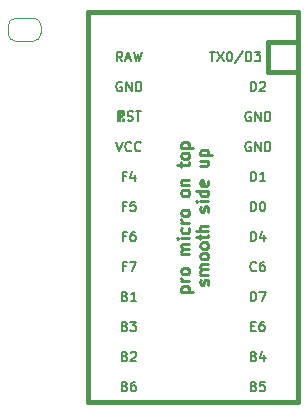
<source format=gto>
G04 #@! TF.GenerationSoftware,KiCad,Pcbnew,(5.99.0-10034-g38c849bde7)*
G04 #@! TF.CreationDate,2021-04-09T15:09:09-07:00*
G04 #@! TF.ProjectId,unisplit_orthosteno,756e6973-706c-4697-945f-6f7274686f73,rev?*
G04 #@! TF.SameCoordinates,Original*
G04 #@! TF.FileFunction,Legend,Top*
G04 #@! TF.FilePolarity,Positive*
%FSLAX46Y46*%
G04 Gerber Fmt 4.6, Leading zero omitted, Abs format (unit mm)*
G04 Created by KiCad (PCBNEW (5.99.0-10034-g38c849bde7)) date 2021-04-09 15:09:09*
%MOMM*%
%LPD*%
G01*
G04 APERTURE LIST*
G04 Aperture macros list*
%AMHorizOval*
0 Thick line with rounded ends*
0 $1 width*
0 $2 $3 position (X,Y) of the first rounded end (center of the circle)*
0 $4 $5 position (X,Y) of the second rounded end (center of the circle)*
0 Add line between two ends*
20,1,$1,$2,$3,$4,$5,0*
0 Add two circle primitives to create the rounded ends*
1,1,$1,$2,$3*
1,1,$1,$4,$5*%
%AMFreePoly0*
4,1,22,0.500000,-0.750000,0.000000,-0.750000,0.000000,-0.745033,-0.079941,-0.743568,-0.215256,-0.701293,-0.333266,-0.622738,-0.424486,-0.514219,-0.481581,-0.384460,-0.499164,-0.250000,-0.500000,-0.250000,-0.500000,0.250000,-0.499164,0.250000,-0.499963,0.256109,-0.478152,0.396186,-0.417904,0.524511,-0.324060,0.630769,-0.204165,0.706417,-0.067858,0.745374,0.000000,0.744959,0.000000,0.750000,
0.500000,0.750000,0.500000,-0.750000,0.500000,-0.750000,$1*%
%AMFreePoly1*
4,1,20,0.000000,0.744959,0.073905,0.744508,0.209726,0.703889,0.328688,0.626782,0.421226,0.519385,0.479903,0.390333,0.500000,0.250000,0.500000,-0.250000,0.499851,-0.262216,0.476331,-0.402017,0.414519,-0.529596,0.319384,-0.634700,0.198574,-0.708877,0.061801,-0.746166,0.000000,-0.745033,0.000000,-0.750000,-0.500000,-0.750000,-0.500000,0.750000,0.000000,0.750000,0.000000,0.744959,
0.000000,0.744959,$1*%
G04 Aperture macros list end*
%ADD10C,0.250000*%
%ADD11C,0.150000*%
%ADD12C,0.120000*%
%ADD13C,0.381000*%
%ADD14R,1.752600X1.752600*%
%ADD15C,1.752600*%
%ADD16C,0.300000*%
%ADD17C,1.448000*%
%ADD18C,1.200000*%
%ADD19C,1.700000*%
%ADD20C,1.750000*%
%ADD21C,3.987800*%
%ADD22HorizOval,2.250000X0.019771X0.290016X-0.019771X-0.290016X0*%
%ADD23C,2.000000*%
%ADD24C,2.250000*%
%ADD25HorizOval,2.250000X0.654995X0.730004X-0.654995X-0.730004X0*%
%ADD26C,3.800000*%
%ADD27FreePoly0,0.000000*%
%ADD28FreePoly1,0.000000*%
G04 APERTURE END LIST*
D10*
X141061964Y-85684523D02*
X142061964Y-85684523D01*
X141109583Y-85684523D02*
X141061964Y-85589285D01*
X141061964Y-85398809D01*
X141109583Y-85303571D01*
X141157202Y-85255952D01*
X141252440Y-85208333D01*
X141538154Y-85208333D01*
X141633392Y-85255952D01*
X141681011Y-85303571D01*
X141728630Y-85398809D01*
X141728630Y-85589285D01*
X141681011Y-85684523D01*
X141728630Y-84779761D02*
X141061964Y-84779761D01*
X141252440Y-84779761D02*
X141157202Y-84732142D01*
X141109583Y-84684523D01*
X141061964Y-84589285D01*
X141061964Y-84494047D01*
X141728630Y-84017857D02*
X141681011Y-84113095D01*
X141633392Y-84160714D01*
X141538154Y-84208333D01*
X141252440Y-84208333D01*
X141157202Y-84160714D01*
X141109583Y-84113095D01*
X141061964Y-84017857D01*
X141061964Y-83875000D01*
X141109583Y-83779761D01*
X141157202Y-83732142D01*
X141252440Y-83684523D01*
X141538154Y-83684523D01*
X141633392Y-83732142D01*
X141681011Y-83779761D01*
X141728630Y-83875000D01*
X141728630Y-84017857D01*
X141728630Y-82494047D02*
X141061964Y-82494047D01*
X141157202Y-82494047D02*
X141109583Y-82446428D01*
X141061964Y-82351190D01*
X141061964Y-82208333D01*
X141109583Y-82113095D01*
X141204821Y-82065476D01*
X141728630Y-82065476D01*
X141204821Y-82065476D02*
X141109583Y-82017857D01*
X141061964Y-81922619D01*
X141061964Y-81779761D01*
X141109583Y-81684523D01*
X141204821Y-81636904D01*
X141728630Y-81636904D01*
X141728630Y-81160714D02*
X141061964Y-81160714D01*
X140728630Y-81160714D02*
X140776250Y-81208333D01*
X140823869Y-81160714D01*
X140776250Y-81113095D01*
X140728630Y-81160714D01*
X140823869Y-81160714D01*
X141681011Y-80255952D02*
X141728630Y-80351190D01*
X141728630Y-80541666D01*
X141681011Y-80636904D01*
X141633392Y-80684523D01*
X141538154Y-80732142D01*
X141252440Y-80732142D01*
X141157202Y-80684523D01*
X141109583Y-80636904D01*
X141061964Y-80541666D01*
X141061964Y-80351190D01*
X141109583Y-80255952D01*
X141728630Y-79827380D02*
X141061964Y-79827380D01*
X141252440Y-79827380D02*
X141157202Y-79779761D01*
X141109583Y-79732142D01*
X141061964Y-79636904D01*
X141061964Y-79541666D01*
X141728630Y-79065476D02*
X141681011Y-79160714D01*
X141633392Y-79208333D01*
X141538154Y-79255952D01*
X141252440Y-79255952D01*
X141157202Y-79208333D01*
X141109583Y-79160714D01*
X141061964Y-79065476D01*
X141061964Y-78922619D01*
X141109583Y-78827380D01*
X141157202Y-78779761D01*
X141252440Y-78732142D01*
X141538154Y-78732142D01*
X141633392Y-78779761D01*
X141681011Y-78827380D01*
X141728630Y-78922619D01*
X141728630Y-79065476D01*
X141728630Y-77398809D02*
X141681011Y-77494047D01*
X141633392Y-77541666D01*
X141538154Y-77589285D01*
X141252440Y-77589285D01*
X141157202Y-77541666D01*
X141109583Y-77494047D01*
X141061964Y-77398809D01*
X141061964Y-77255952D01*
X141109583Y-77160714D01*
X141157202Y-77113095D01*
X141252440Y-77065476D01*
X141538154Y-77065476D01*
X141633392Y-77113095D01*
X141681011Y-77160714D01*
X141728630Y-77255952D01*
X141728630Y-77398809D01*
X141061964Y-76636904D02*
X141728630Y-76636904D01*
X141157202Y-76636904D02*
X141109583Y-76589285D01*
X141061964Y-76494047D01*
X141061964Y-76351190D01*
X141109583Y-76255952D01*
X141204821Y-76208333D01*
X141728630Y-76208333D01*
X141061964Y-75113095D02*
X141061964Y-74732142D01*
X140728630Y-74970238D02*
X141585773Y-74970238D01*
X141681011Y-74922619D01*
X141728630Y-74827380D01*
X141728630Y-74732142D01*
X141728630Y-74255952D02*
X141681011Y-74351190D01*
X141633392Y-74398809D01*
X141538154Y-74446428D01*
X141252440Y-74446428D01*
X141157202Y-74398809D01*
X141109583Y-74351190D01*
X141061964Y-74255952D01*
X141061964Y-74113095D01*
X141109583Y-74017857D01*
X141157202Y-73970238D01*
X141252440Y-73922619D01*
X141538154Y-73922619D01*
X141633392Y-73970238D01*
X141681011Y-74017857D01*
X141728630Y-74113095D01*
X141728630Y-74255952D01*
X141061964Y-73494047D02*
X142061964Y-73494047D01*
X141109583Y-73494047D02*
X141061964Y-73398809D01*
X141061964Y-73208333D01*
X141109583Y-73113095D01*
X141157202Y-73065476D01*
X141252440Y-73017857D01*
X141538154Y-73017857D01*
X141633392Y-73065476D01*
X141681011Y-73113095D01*
X141728630Y-73208333D01*
X141728630Y-73398809D01*
X141681011Y-73494047D01*
X143291011Y-85089285D02*
X143338630Y-84994047D01*
X143338630Y-84803571D01*
X143291011Y-84708333D01*
X143195773Y-84660714D01*
X143148154Y-84660714D01*
X143052916Y-84708333D01*
X143005297Y-84803571D01*
X143005297Y-84946428D01*
X142957678Y-85041666D01*
X142862440Y-85089285D01*
X142814821Y-85089285D01*
X142719583Y-85041666D01*
X142671964Y-84946428D01*
X142671964Y-84803571D01*
X142719583Y-84708333D01*
X143338630Y-84232142D02*
X142671964Y-84232142D01*
X142767202Y-84232142D02*
X142719583Y-84184523D01*
X142671964Y-84089285D01*
X142671964Y-83946428D01*
X142719583Y-83851190D01*
X142814821Y-83803571D01*
X143338630Y-83803571D01*
X142814821Y-83803571D02*
X142719583Y-83755952D01*
X142671964Y-83660714D01*
X142671964Y-83517857D01*
X142719583Y-83422619D01*
X142814821Y-83375000D01*
X143338630Y-83375000D01*
X143338630Y-82755952D02*
X143291011Y-82851190D01*
X143243392Y-82898809D01*
X143148154Y-82946428D01*
X142862440Y-82946428D01*
X142767202Y-82898809D01*
X142719583Y-82851190D01*
X142671964Y-82755952D01*
X142671964Y-82613095D01*
X142719583Y-82517857D01*
X142767202Y-82470238D01*
X142862440Y-82422619D01*
X143148154Y-82422619D01*
X143243392Y-82470238D01*
X143291011Y-82517857D01*
X143338630Y-82613095D01*
X143338630Y-82755952D01*
X143338630Y-81851190D02*
X143291011Y-81946428D01*
X143243392Y-81994047D01*
X143148154Y-82041666D01*
X142862440Y-82041666D01*
X142767202Y-81994047D01*
X142719583Y-81946428D01*
X142671964Y-81851190D01*
X142671964Y-81708333D01*
X142719583Y-81613095D01*
X142767202Y-81565476D01*
X142862440Y-81517857D01*
X143148154Y-81517857D01*
X143243392Y-81565476D01*
X143291011Y-81613095D01*
X143338630Y-81708333D01*
X143338630Y-81851190D01*
X142671964Y-81232142D02*
X142671964Y-80851190D01*
X142338630Y-81089285D02*
X143195773Y-81089285D01*
X143291011Y-81041666D01*
X143338630Y-80946428D01*
X143338630Y-80851190D01*
X143338630Y-80517857D02*
X142338630Y-80517857D01*
X143338630Y-80089285D02*
X142814821Y-80089285D01*
X142719583Y-80136904D01*
X142671964Y-80232142D01*
X142671964Y-80375000D01*
X142719583Y-80470238D01*
X142767202Y-80517857D01*
X143291011Y-78898809D02*
X143338630Y-78803571D01*
X143338630Y-78613095D01*
X143291011Y-78517857D01*
X143195773Y-78470238D01*
X143148154Y-78470238D01*
X143052916Y-78517857D01*
X143005297Y-78613095D01*
X143005297Y-78755952D01*
X142957678Y-78851190D01*
X142862440Y-78898809D01*
X142814821Y-78898809D01*
X142719583Y-78851190D01*
X142671964Y-78755952D01*
X142671964Y-78613095D01*
X142719583Y-78517857D01*
X143338630Y-78041666D02*
X142671964Y-78041666D01*
X142338630Y-78041666D02*
X142386250Y-78089285D01*
X142433869Y-78041666D01*
X142386250Y-77994047D01*
X142338630Y-78041666D01*
X142433869Y-78041666D01*
X143338630Y-77136904D02*
X142338630Y-77136904D01*
X143291011Y-77136904D02*
X143338630Y-77232142D01*
X143338630Y-77422619D01*
X143291011Y-77517857D01*
X143243392Y-77565476D01*
X143148154Y-77613095D01*
X142862440Y-77613095D01*
X142767202Y-77565476D01*
X142719583Y-77517857D01*
X142671964Y-77422619D01*
X142671964Y-77232142D01*
X142719583Y-77136904D01*
X143291011Y-76279761D02*
X143338630Y-76375000D01*
X143338630Y-76565476D01*
X143291011Y-76660714D01*
X143195773Y-76708333D01*
X142814821Y-76708333D01*
X142719583Y-76660714D01*
X142671964Y-76565476D01*
X142671964Y-76375000D01*
X142719583Y-76279761D01*
X142814821Y-76232142D01*
X142910059Y-76232142D01*
X143005297Y-76708333D01*
X142671964Y-74613095D02*
X143338630Y-74613095D01*
X142671964Y-75041666D02*
X143195773Y-75041666D01*
X143291011Y-74994047D01*
X143338630Y-74898809D01*
X143338630Y-74755952D01*
X143291011Y-74660714D01*
X143243392Y-74613095D01*
X142671964Y-74136904D02*
X143671964Y-74136904D01*
X142719583Y-74136904D02*
X142671964Y-74041666D01*
X142671964Y-73851190D01*
X142719583Y-73755952D01*
X142767202Y-73708333D01*
X142862440Y-73660714D01*
X143148154Y-73660714D01*
X143243392Y-73708333D01*
X143291011Y-73755952D01*
X143338630Y-73851190D01*
X143338630Y-74041666D01*
X143291011Y-74136904D01*
D11*
X136353583Y-80987107D02*
X136086916Y-80987107D01*
X136086916Y-81406154D02*
X136086916Y-80606154D01*
X136467869Y-80606154D01*
X137115488Y-80606154D02*
X136963107Y-80606154D01*
X136886916Y-80644250D01*
X136848821Y-80682345D01*
X136772630Y-80796630D01*
X136734535Y-80949011D01*
X136734535Y-81253773D01*
X136772630Y-81329964D01*
X136810726Y-81368059D01*
X136886916Y-81406154D01*
X137039297Y-81406154D01*
X137115488Y-81368059D01*
X137153583Y-81329964D01*
X137191678Y-81253773D01*
X137191678Y-81063297D01*
X137153583Y-80987107D01*
X137115488Y-80949011D01*
X137039297Y-80910916D01*
X136886916Y-80910916D01*
X136810726Y-80949011D01*
X136772630Y-80987107D01*
X136734535Y-81063297D01*
X136010726Y-67944250D02*
X135934535Y-67906154D01*
X135820250Y-67906154D01*
X135705964Y-67944250D01*
X135629773Y-68020440D01*
X135591678Y-68096630D01*
X135553583Y-68249011D01*
X135553583Y-68363297D01*
X135591678Y-68515678D01*
X135629773Y-68591869D01*
X135705964Y-68668059D01*
X135820250Y-68706154D01*
X135896440Y-68706154D01*
X136010726Y-68668059D01*
X136048821Y-68629964D01*
X136048821Y-68363297D01*
X135896440Y-68363297D01*
X136391678Y-68706154D02*
X136391678Y-67906154D01*
X136848821Y-68706154D01*
X136848821Y-67906154D01*
X137229773Y-68706154D02*
X137229773Y-67906154D01*
X137420250Y-67906154D01*
X137534535Y-67944250D01*
X137610726Y-68020440D01*
X137648821Y-68096630D01*
X137686916Y-68249011D01*
X137686916Y-68363297D01*
X137648821Y-68515678D01*
X137610726Y-68591869D01*
X137534535Y-68668059D01*
X137420250Y-68706154D01*
X137229773Y-68706154D01*
X136296440Y-88607107D02*
X136410726Y-88645202D01*
X136448821Y-88683297D01*
X136486916Y-88759488D01*
X136486916Y-88873773D01*
X136448821Y-88949964D01*
X136410726Y-88988059D01*
X136334535Y-89026154D01*
X136029773Y-89026154D01*
X136029773Y-88226154D01*
X136296440Y-88226154D01*
X136372630Y-88264250D01*
X136410726Y-88302345D01*
X136448821Y-88378535D01*
X136448821Y-88454726D01*
X136410726Y-88530916D01*
X136372630Y-88569011D01*
X136296440Y-88607107D01*
X136029773Y-88607107D01*
X136753583Y-88226154D02*
X137248821Y-88226154D01*
X136982154Y-88530916D01*
X137096440Y-88530916D01*
X137172630Y-88569011D01*
X137210726Y-88607107D01*
X137248821Y-88683297D01*
X137248821Y-88873773D01*
X137210726Y-88949964D01*
X137172630Y-88988059D01*
X137096440Y-89026154D01*
X136867869Y-89026154D01*
X136791678Y-88988059D01*
X136753583Y-88949964D01*
X143462645Y-65366154D02*
X143919788Y-65366154D01*
X143691217Y-66166154D02*
X143691217Y-65366154D01*
X144110264Y-65366154D02*
X144643598Y-66166154D01*
X144643598Y-65366154D02*
X144110264Y-66166154D01*
X145100741Y-65366154D02*
X145176931Y-65366154D01*
X145253122Y-65404250D01*
X145291217Y-65442345D01*
X145329312Y-65518535D01*
X145367407Y-65670916D01*
X145367407Y-65861392D01*
X145329312Y-66013773D01*
X145291217Y-66089964D01*
X145253122Y-66128059D01*
X145176931Y-66166154D01*
X145100741Y-66166154D01*
X145024550Y-66128059D01*
X144986455Y-66089964D01*
X144948360Y-66013773D01*
X144910264Y-65861392D01*
X144910264Y-65670916D01*
X144948360Y-65518535D01*
X144986455Y-65442345D01*
X145024550Y-65404250D01*
X145100741Y-65366154D01*
X146281693Y-65328059D02*
X145595979Y-66356630D01*
X146548360Y-66166154D02*
X146548360Y-65366154D01*
X146738836Y-65366154D01*
X146853122Y-65404250D01*
X146929312Y-65480440D01*
X146967407Y-65556630D01*
X147005502Y-65709011D01*
X147005502Y-65823297D01*
X146967407Y-65975678D01*
X146929312Y-66051869D01*
X146853122Y-66128059D01*
X146738836Y-66166154D01*
X146548360Y-66166154D01*
X147272169Y-65366154D02*
X147767407Y-65366154D01*
X147500741Y-65670916D01*
X147615026Y-65670916D01*
X147691217Y-65709011D01*
X147729312Y-65747107D01*
X147767407Y-65823297D01*
X147767407Y-66013773D01*
X147729312Y-66089964D01*
X147691217Y-66128059D01*
X147615026Y-66166154D01*
X147386455Y-66166154D01*
X147310264Y-66128059D01*
X147272169Y-66089964D01*
X146932726Y-70484250D02*
X146856535Y-70446154D01*
X146742250Y-70446154D01*
X146627964Y-70484250D01*
X146551773Y-70560440D01*
X146513678Y-70636630D01*
X146475583Y-70789011D01*
X146475583Y-70903297D01*
X146513678Y-71055678D01*
X146551773Y-71131869D01*
X146627964Y-71208059D01*
X146742250Y-71246154D01*
X146818440Y-71246154D01*
X146932726Y-71208059D01*
X146970821Y-71169964D01*
X146970821Y-70903297D01*
X146818440Y-70903297D01*
X147313678Y-71246154D02*
X147313678Y-70446154D01*
X147770821Y-71246154D01*
X147770821Y-70446154D01*
X148151773Y-71246154D02*
X148151773Y-70446154D01*
X148342250Y-70446154D01*
X148456535Y-70484250D01*
X148532726Y-70560440D01*
X148570821Y-70636630D01*
X148608916Y-70789011D01*
X148608916Y-70903297D01*
X148570821Y-71055678D01*
X148532726Y-71131869D01*
X148456535Y-71208059D01*
X148342250Y-71246154D01*
X148151773Y-71246154D01*
X146951773Y-86486154D02*
X146951773Y-85686154D01*
X147142250Y-85686154D01*
X147256535Y-85724250D01*
X147332726Y-85800440D01*
X147370821Y-85876630D01*
X147408916Y-86029011D01*
X147408916Y-86143297D01*
X147370821Y-86295678D01*
X147332726Y-86371869D01*
X147256535Y-86448059D01*
X147142250Y-86486154D01*
X146951773Y-86486154D01*
X147675583Y-85686154D02*
X148208916Y-85686154D01*
X147866059Y-86486154D01*
X136507916Y-71188059D02*
X136622202Y-71226154D01*
X136812678Y-71226154D01*
X136888869Y-71188059D01*
X136926964Y-71149964D01*
X136965059Y-71073773D01*
X136965059Y-70997583D01*
X136926964Y-70921392D01*
X136888869Y-70883297D01*
X136812678Y-70845202D01*
X136660297Y-70807107D01*
X136584107Y-70769011D01*
X136546011Y-70730916D01*
X136507916Y-70654726D01*
X136507916Y-70578535D01*
X136546011Y-70502345D01*
X136584107Y-70464250D01*
X136660297Y-70426154D01*
X136850773Y-70426154D01*
X136965059Y-70464250D01*
X137193630Y-70426154D02*
X137650773Y-70426154D01*
X137422202Y-71226154D02*
X137422202Y-70426154D01*
X146951773Y-78866154D02*
X146951773Y-78066154D01*
X147142250Y-78066154D01*
X147256535Y-78104250D01*
X147332726Y-78180440D01*
X147370821Y-78256630D01*
X147408916Y-78409011D01*
X147408916Y-78523297D01*
X147370821Y-78675678D01*
X147332726Y-78751869D01*
X147256535Y-78828059D01*
X147142250Y-78866154D01*
X146951773Y-78866154D01*
X147904154Y-78066154D02*
X147980345Y-78066154D01*
X148056535Y-78104250D01*
X148094630Y-78142345D01*
X148132726Y-78218535D01*
X148170821Y-78370916D01*
X148170821Y-78561392D01*
X148132726Y-78713773D01*
X148094630Y-78789964D01*
X148056535Y-78828059D01*
X147980345Y-78866154D01*
X147904154Y-78866154D01*
X147827964Y-78828059D01*
X147789869Y-78789964D01*
X147751773Y-78713773D01*
X147713678Y-78561392D01*
X147713678Y-78370916D01*
X147751773Y-78218535D01*
X147789869Y-78142345D01*
X147827964Y-78104250D01*
X147904154Y-78066154D01*
X136067869Y-66166154D02*
X135801202Y-65785202D01*
X135610726Y-66166154D02*
X135610726Y-65366154D01*
X135915488Y-65366154D01*
X135991678Y-65404250D01*
X136029773Y-65442345D01*
X136067869Y-65518535D01*
X136067869Y-65632821D01*
X136029773Y-65709011D01*
X135991678Y-65747107D01*
X135915488Y-65785202D01*
X135610726Y-65785202D01*
X136372630Y-65937583D02*
X136753583Y-65937583D01*
X136296440Y-66166154D02*
X136563107Y-65366154D01*
X136829773Y-66166154D01*
X137020250Y-65366154D02*
X137210726Y-66166154D01*
X137363107Y-65594726D01*
X137515488Y-66166154D01*
X137705964Y-65366154D01*
X146951773Y-68706154D02*
X146951773Y-67906154D01*
X147142250Y-67906154D01*
X147256535Y-67944250D01*
X147332726Y-68020440D01*
X147370821Y-68096630D01*
X147408916Y-68249011D01*
X147408916Y-68363297D01*
X147370821Y-68515678D01*
X147332726Y-68591869D01*
X147256535Y-68668059D01*
X147142250Y-68706154D01*
X146951773Y-68706154D01*
X147713678Y-67982345D02*
X147751773Y-67944250D01*
X147827964Y-67906154D01*
X148018440Y-67906154D01*
X148094630Y-67944250D01*
X148132726Y-67982345D01*
X148170821Y-68058535D01*
X148170821Y-68134726D01*
X148132726Y-68249011D01*
X147675583Y-68706154D01*
X148170821Y-68706154D01*
X136353583Y-78447107D02*
X136086916Y-78447107D01*
X136086916Y-78866154D02*
X136086916Y-78066154D01*
X136467869Y-78066154D01*
X137153583Y-78066154D02*
X136772630Y-78066154D01*
X136734535Y-78447107D01*
X136772630Y-78409011D01*
X136848821Y-78370916D01*
X137039297Y-78370916D01*
X137115488Y-78409011D01*
X137153583Y-78447107D01*
X137191678Y-78523297D01*
X137191678Y-78713773D01*
X137153583Y-78789964D01*
X137115488Y-78828059D01*
X137039297Y-78866154D01*
X136848821Y-78866154D01*
X136772630Y-78828059D01*
X136734535Y-78789964D01*
X146951773Y-76326154D02*
X146951773Y-75526154D01*
X147142250Y-75526154D01*
X147256535Y-75564250D01*
X147332726Y-75640440D01*
X147370821Y-75716630D01*
X147408916Y-75869011D01*
X147408916Y-75983297D01*
X147370821Y-76135678D01*
X147332726Y-76211869D01*
X147256535Y-76288059D01*
X147142250Y-76326154D01*
X146951773Y-76326154D01*
X148170821Y-76326154D02*
X147713678Y-76326154D01*
X147942250Y-76326154D02*
X147942250Y-75526154D01*
X147866059Y-75640440D01*
X147789869Y-75716630D01*
X147713678Y-75754726D01*
X147218440Y-91147107D02*
X147332726Y-91185202D01*
X147370821Y-91223297D01*
X147408916Y-91299488D01*
X147408916Y-91413773D01*
X147370821Y-91489964D01*
X147332726Y-91528059D01*
X147256535Y-91566154D01*
X146951773Y-91566154D01*
X146951773Y-90766154D01*
X147218440Y-90766154D01*
X147294630Y-90804250D01*
X147332726Y-90842345D01*
X147370821Y-90918535D01*
X147370821Y-90994726D01*
X147332726Y-91070916D01*
X147294630Y-91109011D01*
X147218440Y-91147107D01*
X146951773Y-91147107D01*
X148094630Y-91032821D02*
X148094630Y-91566154D01*
X147904154Y-90728059D02*
X147713678Y-91299488D01*
X148208916Y-91299488D01*
X136296440Y-86067107D02*
X136410726Y-86105202D01*
X136448821Y-86143297D01*
X136486916Y-86219488D01*
X136486916Y-86333773D01*
X136448821Y-86409964D01*
X136410726Y-86448059D01*
X136334535Y-86486154D01*
X136029773Y-86486154D01*
X136029773Y-85686154D01*
X136296440Y-85686154D01*
X136372630Y-85724250D01*
X136410726Y-85762345D01*
X136448821Y-85838535D01*
X136448821Y-85914726D01*
X136410726Y-85990916D01*
X136372630Y-86029011D01*
X136296440Y-86067107D01*
X136029773Y-86067107D01*
X137248821Y-86486154D02*
X136791678Y-86486154D01*
X137020250Y-86486154D02*
X137020250Y-85686154D01*
X136944059Y-85800440D01*
X136867869Y-85876630D01*
X136791678Y-85914726D01*
X136296440Y-93687107D02*
X136410726Y-93725202D01*
X136448821Y-93763297D01*
X136486916Y-93839488D01*
X136486916Y-93953773D01*
X136448821Y-94029964D01*
X136410726Y-94068059D01*
X136334535Y-94106154D01*
X136029773Y-94106154D01*
X136029773Y-93306154D01*
X136296440Y-93306154D01*
X136372630Y-93344250D01*
X136410726Y-93382345D01*
X136448821Y-93458535D01*
X136448821Y-93534726D01*
X136410726Y-93610916D01*
X136372630Y-93649011D01*
X136296440Y-93687107D01*
X136029773Y-93687107D01*
X137172630Y-93306154D02*
X137020250Y-93306154D01*
X136944059Y-93344250D01*
X136905964Y-93382345D01*
X136829773Y-93496630D01*
X136791678Y-93649011D01*
X136791678Y-93953773D01*
X136829773Y-94029964D01*
X136867869Y-94068059D01*
X136944059Y-94106154D01*
X137096440Y-94106154D01*
X137172630Y-94068059D01*
X137210726Y-94029964D01*
X137248821Y-93953773D01*
X137248821Y-93763297D01*
X137210726Y-93687107D01*
X137172630Y-93649011D01*
X137096440Y-93610916D01*
X136944059Y-93610916D01*
X136867869Y-93649011D01*
X136829773Y-93687107D01*
X136791678Y-93763297D01*
X136296440Y-91147107D02*
X136410726Y-91185202D01*
X136448821Y-91223297D01*
X136486916Y-91299488D01*
X136486916Y-91413773D01*
X136448821Y-91489964D01*
X136410726Y-91528059D01*
X136334535Y-91566154D01*
X136029773Y-91566154D01*
X136029773Y-90766154D01*
X136296440Y-90766154D01*
X136372630Y-90804250D01*
X136410726Y-90842345D01*
X136448821Y-90918535D01*
X136448821Y-90994726D01*
X136410726Y-91070916D01*
X136372630Y-91109011D01*
X136296440Y-91147107D01*
X136029773Y-91147107D01*
X136791678Y-90842345D02*
X136829773Y-90804250D01*
X136905964Y-90766154D01*
X137096440Y-90766154D01*
X137172630Y-90804250D01*
X137210726Y-90842345D01*
X137248821Y-90918535D01*
X137248821Y-90994726D01*
X137210726Y-91109011D01*
X136753583Y-91566154D01*
X137248821Y-91566154D01*
X146932726Y-73024250D02*
X146856535Y-72986154D01*
X146742250Y-72986154D01*
X146627964Y-73024250D01*
X146551773Y-73100440D01*
X146513678Y-73176630D01*
X146475583Y-73329011D01*
X146475583Y-73443297D01*
X146513678Y-73595678D01*
X146551773Y-73671869D01*
X146627964Y-73748059D01*
X146742250Y-73786154D01*
X146818440Y-73786154D01*
X146932726Y-73748059D01*
X146970821Y-73709964D01*
X146970821Y-73443297D01*
X146818440Y-73443297D01*
X147313678Y-73786154D02*
X147313678Y-72986154D01*
X147770821Y-73786154D01*
X147770821Y-72986154D01*
X148151773Y-73786154D02*
X148151773Y-72986154D01*
X148342250Y-72986154D01*
X148456535Y-73024250D01*
X148532726Y-73100440D01*
X148570821Y-73176630D01*
X148608916Y-73329011D01*
X148608916Y-73443297D01*
X148570821Y-73595678D01*
X148532726Y-73671869D01*
X148456535Y-73748059D01*
X148342250Y-73786154D01*
X148151773Y-73786154D01*
X147408916Y-83869964D02*
X147370821Y-83908059D01*
X147256535Y-83946154D01*
X147180345Y-83946154D01*
X147066059Y-83908059D01*
X146989869Y-83831869D01*
X146951773Y-83755678D01*
X146913678Y-83603297D01*
X146913678Y-83489011D01*
X146951773Y-83336630D01*
X146989869Y-83260440D01*
X147066059Y-83184250D01*
X147180345Y-83146154D01*
X147256535Y-83146154D01*
X147370821Y-83184250D01*
X147408916Y-83222345D01*
X148094630Y-83146154D02*
X147942250Y-83146154D01*
X147866059Y-83184250D01*
X147827964Y-83222345D01*
X147751773Y-83336630D01*
X147713678Y-83489011D01*
X147713678Y-83793773D01*
X147751773Y-83869964D01*
X147789869Y-83908059D01*
X147866059Y-83946154D01*
X148018440Y-83946154D01*
X148094630Y-83908059D01*
X148132726Y-83869964D01*
X148170821Y-83793773D01*
X148170821Y-83603297D01*
X148132726Y-83527107D01*
X148094630Y-83489011D01*
X148018440Y-83450916D01*
X147866059Y-83450916D01*
X147789869Y-83489011D01*
X147751773Y-83527107D01*
X147713678Y-83603297D01*
X146989869Y-88607107D02*
X147256535Y-88607107D01*
X147370821Y-89026154D02*
X146989869Y-89026154D01*
X146989869Y-88226154D01*
X147370821Y-88226154D01*
X148056535Y-88226154D02*
X147904154Y-88226154D01*
X147827964Y-88264250D01*
X147789869Y-88302345D01*
X147713678Y-88416630D01*
X147675583Y-88569011D01*
X147675583Y-88873773D01*
X147713678Y-88949964D01*
X147751773Y-88988059D01*
X147827964Y-89026154D01*
X147980345Y-89026154D01*
X148056535Y-88988059D01*
X148094630Y-88949964D01*
X148132726Y-88873773D01*
X148132726Y-88683297D01*
X148094630Y-88607107D01*
X148056535Y-88569011D01*
X147980345Y-88530916D01*
X147827964Y-88530916D01*
X147751773Y-88569011D01*
X147713678Y-88607107D01*
X147675583Y-88683297D01*
X135553583Y-72986154D02*
X135820250Y-73786154D01*
X136086916Y-72986154D01*
X136810726Y-73709964D02*
X136772630Y-73748059D01*
X136658345Y-73786154D01*
X136582154Y-73786154D01*
X136467869Y-73748059D01*
X136391678Y-73671869D01*
X136353583Y-73595678D01*
X136315488Y-73443297D01*
X136315488Y-73329011D01*
X136353583Y-73176630D01*
X136391678Y-73100440D01*
X136467869Y-73024250D01*
X136582154Y-72986154D01*
X136658345Y-72986154D01*
X136772630Y-73024250D01*
X136810726Y-73062345D01*
X137610726Y-73709964D02*
X137572630Y-73748059D01*
X137458345Y-73786154D01*
X137382154Y-73786154D01*
X137267869Y-73748059D01*
X137191678Y-73671869D01*
X137153583Y-73595678D01*
X137115488Y-73443297D01*
X137115488Y-73329011D01*
X137153583Y-73176630D01*
X137191678Y-73100440D01*
X137267869Y-73024250D01*
X137382154Y-72986154D01*
X137458345Y-72986154D01*
X137572630Y-73024250D01*
X137610726Y-73062345D01*
X136353583Y-75907107D02*
X136086916Y-75907107D01*
X136086916Y-76326154D02*
X136086916Y-75526154D01*
X136467869Y-75526154D01*
X137115488Y-75792821D02*
X137115488Y-76326154D01*
X136925011Y-75488059D02*
X136734535Y-76059488D01*
X137229773Y-76059488D01*
X146951773Y-81406154D02*
X146951773Y-80606154D01*
X147142250Y-80606154D01*
X147256535Y-80644250D01*
X147332726Y-80720440D01*
X147370821Y-80796630D01*
X147408916Y-80949011D01*
X147408916Y-81063297D01*
X147370821Y-81215678D01*
X147332726Y-81291869D01*
X147256535Y-81368059D01*
X147142250Y-81406154D01*
X146951773Y-81406154D01*
X148094630Y-80872821D02*
X148094630Y-81406154D01*
X147904154Y-80568059D02*
X147713678Y-81139488D01*
X148208916Y-81139488D01*
X147218440Y-93687107D02*
X147332726Y-93725202D01*
X147370821Y-93763297D01*
X147408916Y-93839488D01*
X147408916Y-93953773D01*
X147370821Y-94029964D01*
X147332726Y-94068059D01*
X147256535Y-94106154D01*
X146951773Y-94106154D01*
X146951773Y-93306154D01*
X147218440Y-93306154D01*
X147294630Y-93344250D01*
X147332726Y-93382345D01*
X147370821Y-93458535D01*
X147370821Y-93534726D01*
X147332726Y-93610916D01*
X147294630Y-93649011D01*
X147218440Y-93687107D01*
X146951773Y-93687107D01*
X148132726Y-93306154D02*
X147751773Y-93306154D01*
X147713678Y-93687107D01*
X147751773Y-93649011D01*
X147827964Y-93610916D01*
X148018440Y-93610916D01*
X148094630Y-93649011D01*
X148132726Y-93687107D01*
X148170821Y-93763297D01*
X148170821Y-93953773D01*
X148132726Y-94029964D01*
X148094630Y-94068059D01*
X148018440Y-94106154D01*
X147827964Y-94106154D01*
X147751773Y-94068059D01*
X147713678Y-94029964D01*
X136353583Y-83527107D02*
X136086916Y-83527107D01*
X136086916Y-83946154D02*
X136086916Y-83146154D01*
X136467869Y-83146154D01*
X136696440Y-83146154D02*
X137229773Y-83146154D01*
X136886916Y-83946154D01*
D12*
X129193750Y-63200000D02*
X129193750Y-63800000D01*
X128493750Y-64500000D02*
X127093750Y-64500000D01*
X127093750Y-62500000D02*
X128493750Y-62500000D01*
X126393750Y-63800000D02*
X126393750Y-63200000D01*
X126393750Y-63200000D02*
G75*
G02*
X127093750Y-62500000I700000J0D01*
G01*
X129193750Y-63800000D02*
G75*
G02*
X128493750Y-64500000I-700000J0D01*
G01*
X127093750Y-64500000D02*
G75*
G02*
X126393750Y-63800000I0J700000D01*
G01*
X128493750Y-62500000D02*
G75*
G02*
X129193750Y-63200000I0J-700000D01*
G01*
D13*
X148431250Y-64534250D02*
X148431250Y-67074250D01*
X150971250Y-95014250D02*
X133191250Y-95014250D01*
X133191250Y-61994250D02*
X150971250Y-61994250D01*
X148431250Y-67074250D02*
X150971250Y-67074250D01*
X133191250Y-95014250D02*
X133191250Y-61994250D01*
X148431250Y-64534250D02*
X150971250Y-64534250D01*
X150971250Y-61994250D02*
X150971250Y-95014250D01*
D11*
X136236615Y-70423280D02*
X136236615Y-70523280D01*
X136236615Y-70523280D02*
X135736615Y-70523280D01*
X135736615Y-70523280D02*
X135736615Y-70423280D01*
X135736615Y-70423280D02*
X136236615Y-70423280D01*
G36*
X136236615Y-70523280D02*
G01*
X135736615Y-70523280D01*
X135736615Y-70423280D01*
X136236615Y-70423280D01*
X136236615Y-70523280D01*
G37*
X136236615Y-70523280D02*
X135736615Y-70523280D01*
X135736615Y-70423280D01*
X136236615Y-70423280D01*
X136236615Y-70523280D01*
X136036615Y-70823280D02*
X136036615Y-70923280D01*
X136036615Y-70923280D02*
X135936615Y-70923280D01*
X135936615Y-70923280D02*
X135936615Y-70823280D01*
X135936615Y-70823280D02*
X136036615Y-70823280D01*
G36*
X136036615Y-70923280D02*
G01*
X135936615Y-70923280D01*
X135936615Y-70823280D01*
X136036615Y-70823280D01*
X136036615Y-70923280D01*
G37*
X136036615Y-70923280D02*
X135936615Y-70923280D01*
X135936615Y-70823280D01*
X136036615Y-70823280D01*
X136036615Y-70923280D01*
X135836615Y-70423280D02*
X135836615Y-71223280D01*
X135836615Y-71223280D02*
X135736615Y-71223280D01*
X135736615Y-71223280D02*
X135736615Y-70423280D01*
X135736615Y-70423280D02*
X135836615Y-70423280D01*
G36*
X135836615Y-71223280D02*
G01*
X135736615Y-71223280D01*
X135736615Y-70423280D01*
X135836615Y-70423280D01*
X135836615Y-71223280D01*
G37*
X135836615Y-71223280D02*
X135736615Y-71223280D01*
X135736615Y-70423280D01*
X135836615Y-70423280D01*
X135836615Y-71223280D01*
X136236615Y-70423280D02*
X136236615Y-70723280D01*
X136236615Y-70723280D02*
X136136615Y-70723280D01*
X136136615Y-70723280D02*
X136136615Y-70423280D01*
X136136615Y-70423280D02*
X136236615Y-70423280D01*
G36*
X136236615Y-70723280D02*
G01*
X136136615Y-70723280D01*
X136136615Y-70423280D01*
X136236615Y-70423280D01*
X136236615Y-70723280D01*
G37*
X136236615Y-70723280D02*
X136136615Y-70723280D01*
X136136615Y-70423280D01*
X136236615Y-70423280D01*
X136236615Y-70723280D01*
X136236615Y-71023280D02*
X136236615Y-71223280D01*
X136236615Y-71223280D02*
X136136615Y-71223280D01*
X136136615Y-71223280D02*
X136136615Y-71023280D01*
X136136615Y-71023280D02*
X136236615Y-71023280D01*
G36*
X136236615Y-71223280D02*
G01*
X136136615Y-71223280D01*
X136136615Y-71023280D01*
X136236615Y-71023280D01*
X136236615Y-71223280D01*
G37*
X136236615Y-71223280D02*
X136136615Y-71223280D01*
X136136615Y-71023280D01*
X136236615Y-71023280D01*
X136236615Y-71223280D01*
D14*
X149701250Y-65804250D03*
D15*
X149701250Y-68344250D03*
X149701250Y-70884250D03*
X149701250Y-73424250D03*
X149701250Y-75964250D03*
X149701250Y-78504250D03*
X149701250Y-81044250D03*
X149701250Y-83584250D03*
X149701250Y-86124250D03*
X149701250Y-88664250D03*
X149701250Y-91204250D03*
X149701250Y-93744250D03*
X134461250Y-93744250D03*
X134461250Y-91204250D03*
X134461250Y-88664250D03*
X134461250Y-86124250D03*
X134461250Y-83584250D03*
X134461250Y-81044250D03*
X134461250Y-78504250D03*
X134461250Y-75964250D03*
X134461250Y-73424250D03*
X134461250Y-70884250D03*
X134461250Y-68344250D03*
X134461250Y-65804250D03*
%LPC*%
D16*
X127922476Y-117118154D02*
X130779619Y-117118154D01*
X129351047Y-122118154D02*
X129351047Y-117118154D01*
X132446285Y-122118154D02*
X132446285Y-117118154D01*
X134589142Y-122118154D02*
X134589142Y-119499107D01*
X134351047Y-119022916D01*
X133874857Y-118784821D01*
X133160571Y-118784821D01*
X132684380Y-119022916D01*
X132446285Y-119261011D01*
X138874857Y-121880059D02*
X138398666Y-122118154D01*
X137446285Y-122118154D01*
X136970095Y-121880059D01*
X136732000Y-121403869D01*
X136732000Y-119499107D01*
X136970095Y-119022916D01*
X137446285Y-118784821D01*
X138398666Y-118784821D01*
X138874857Y-119022916D01*
X139112952Y-119499107D01*
X139112952Y-119975297D01*
X136732000Y-120451488D01*
X145065333Y-117118154D02*
X145065333Y-121165773D01*
X145303428Y-121641964D01*
X145541523Y-121880059D01*
X146017714Y-122118154D01*
X146970095Y-122118154D01*
X147446285Y-121880059D01*
X147684380Y-121641964D01*
X147922476Y-121165773D01*
X147922476Y-117118154D01*
X150303428Y-118784821D02*
X150303428Y-122118154D01*
X150303428Y-119261011D02*
X150541523Y-119022916D01*
X151017714Y-118784821D01*
X151732000Y-118784821D01*
X152208190Y-119022916D01*
X152446285Y-119499107D01*
X152446285Y-122118154D01*
X154827238Y-122118154D02*
X154827238Y-118784821D01*
X154827238Y-117118154D02*
X154589142Y-117356250D01*
X154827238Y-117594345D01*
X155065333Y-117356250D01*
X154827238Y-117118154D01*
X154827238Y-117594345D01*
G36*
X144595565Y-127537889D02*
G01*
X144694845Y-127325985D01*
X144770811Y-127175000D01*
X144828710Y-127060933D01*
X144877318Y-126962571D01*
X144912486Y-126888509D01*
X144930067Y-126847344D01*
X144931301Y-126842436D01*
X144910316Y-126822776D01*
X144855103Y-126789789D01*
X144777194Y-126750303D01*
X144769675Y-126746763D01*
X144542797Y-126665651D01*
X144281245Y-126617441D01*
X143987865Y-126601983D01*
X143665499Y-126619127D01*
X143316994Y-126668723D01*
X142945193Y-126750622D01*
X142557087Y-126863331D01*
X142320028Y-126946025D01*
X142064199Y-127047354D01*
X141782837Y-127170186D01*
X141469178Y-127317387D01*
X141357041Y-127371991D01*
X141146719Y-127472783D01*
X140971247Y-127550652D01*
X140822477Y-127608189D01*
X140692261Y-127647990D01*
X140572452Y-127672648D01*
X140454901Y-127684756D01*
X140366896Y-127687159D01*
X140254924Y-127685934D01*
X140177240Y-127679615D01*
X140118162Y-127664838D01*
X140062008Y-127638239D01*
X140018810Y-127612500D01*
X139903603Y-127513650D01*
X139825816Y-127385546D01*
X139785891Y-127232584D01*
X139784264Y-127059158D01*
X139821375Y-126869665D01*
X139897663Y-126668500D01*
X139919994Y-126622626D01*
X139978163Y-126507753D01*
X139548456Y-126491453D01*
X139365666Y-126485533D01*
X139161264Y-126480562D01*
X138956913Y-126476971D01*
X138774275Y-126475192D01*
X138726471Y-126475076D01*
X138334193Y-126475000D01*
X134050313Y-129600000D01*
X133925781Y-129600000D01*
X133842654Y-129594923D01*
X133784142Y-129572955D01*
X133725325Y-129523984D01*
X133716250Y-129515000D01*
X133662708Y-129453860D01*
X133637815Y-129396216D01*
X133631288Y-129316854D01*
X133631250Y-129306550D01*
X133632517Y-129259461D01*
X133639334Y-129218421D01*
X133656226Y-129175772D01*
X133687716Y-129123854D01*
X133738328Y-129055008D01*
X133812587Y-128961574D01*
X133894206Y-128861349D01*
X134138595Y-128547873D01*
X134345255Y-128252046D01*
X134513347Y-127975459D01*
X134642031Y-127719704D01*
X134730469Y-127486374D01*
X134777819Y-127277059D01*
X134786083Y-127170499D01*
X134782128Y-127074385D01*
X134761246Y-126999607D01*
X134715290Y-126918363D01*
X134709764Y-126909963D01*
X134651132Y-126786653D01*
X134636676Y-126668913D01*
X134662838Y-126564062D01*
X134726065Y-126479423D01*
X134822800Y-126422318D01*
X134949487Y-126400067D01*
X134957428Y-126400000D01*
X135020294Y-126404435D01*
X135071191Y-126423410D01*
X135126141Y-126465427D01*
X135181215Y-126518750D01*
X135277700Y-126631693D01*
X135344279Y-126750759D01*
X135384331Y-126886650D01*
X135401233Y-127050067D01*
X135400172Y-127212500D01*
X135391016Y-127363035D01*
X135374811Y-127485302D01*
X135347773Y-127600929D01*
X135312644Y-127712500D01*
X135280382Y-127810049D01*
X135256350Y-127887872D01*
X135243753Y-127935297D01*
X135242933Y-127944651D01*
X135263787Y-127931669D01*
X135321388Y-127891758D01*
X135412129Y-127827511D01*
X135532402Y-127741521D01*
X135678601Y-127636380D01*
X135847118Y-127514681D01*
X136034346Y-127379016D01*
X136236678Y-127231979D01*
X136399174Y-127113606D01*
X137548628Y-126275409D01*
X137500381Y-126132497D01*
X137467131Y-125967059D01*
X137480892Y-125804208D01*
X137500396Y-125752727D01*
X138242064Y-125752727D01*
X138247667Y-125759992D01*
X138283697Y-125741692D01*
X138290671Y-125737217D01*
X138336263Y-125704373D01*
X138356214Y-125684115D01*
X138356250Y-125683745D01*
X138339737Y-125683271D01*
X138302551Y-125702645D01*
X138263216Y-125730675D01*
X138242064Y-125752727D01*
X137500396Y-125752727D01*
X137542377Y-125641916D01*
X137652299Y-125478154D01*
X137778471Y-125341937D01*
X137944102Y-125203672D01*
X138123538Y-125091994D01*
X138307778Y-125010552D01*
X138487819Y-124962993D01*
X138654659Y-124952968D01*
X138718707Y-124960842D01*
X138815971Y-124999925D01*
X138914297Y-125073986D01*
X139000217Y-125170163D01*
X139060263Y-125275591D01*
X139066905Y-125293437D01*
X139101626Y-125463364D01*
X139097897Y-125641421D01*
X139079288Y-125733594D01*
X139065676Y-125797691D01*
X139064618Y-125839047D01*
X139067021Y-125844104D01*
X139094707Y-125848222D01*
X139166146Y-125852952D01*
X139275098Y-125858045D01*
X139415321Y-125863254D01*
X139580577Y-125868332D01*
X139764624Y-125873031D01*
X139837593Y-125874654D01*
X140070690Y-125880017D01*
X140259135Y-125885783D01*
X140408273Y-125892928D01*
X140523450Y-125902428D01*
X140610010Y-125915259D01*
X140673299Y-125932396D01*
X140718662Y-125954817D01*
X140751444Y-125983497D01*
X140776990Y-126019412D01*
X140793326Y-126049181D01*
X140824067Y-126127049D01*
X140830377Y-126203925D01*
X140810049Y-126289652D01*
X140760874Y-126394070D01*
X140689046Y-126513861D01*
X140627146Y-126616308D01*
X140565943Y-126726407D01*
X140509889Y-126834982D01*
X140463433Y-126932860D01*
X140431027Y-127010866D01*
X140417123Y-127059825D01*
X140418807Y-127070890D01*
X140451017Y-127070913D01*
X140522142Y-127050892D01*
X140626375Y-127013155D01*
X140757915Y-126960026D01*
X140910957Y-126893832D01*
X141079698Y-126816899D01*
X141224687Y-126747926D01*
X141544158Y-126597272D01*
X141832342Y-126470621D01*
X142099312Y-126363882D01*
X142355140Y-126272964D01*
X142532893Y-126216571D01*
X142936638Y-126108836D01*
X143325580Y-126033411D01*
X143696521Y-125990165D01*
X144046259Y-125978967D01*
X144371594Y-125999684D01*
X144669326Y-126052185D01*
X144936255Y-126136339D01*
X145169181Y-126252013D01*
X145282508Y-126329690D01*
X145396267Y-126417049D01*
X145503806Y-126321617D01*
X145668200Y-126201836D01*
X145843833Y-126120870D01*
X146022871Y-126080534D01*
X146197483Y-126082642D01*
X146351307Y-126125257D01*
X146494480Y-126212689D01*
X146624310Y-126343789D01*
X146735527Y-126512882D01*
X146764636Y-126570509D01*
X146799854Y-126648228D01*
X146822651Y-126712697D01*
X146835634Y-126778729D01*
X146841413Y-126861137D01*
X146842596Y-126974733D01*
X146842467Y-127012500D01*
X146839631Y-127151507D01*
X146831340Y-127255077D01*
X146815663Y-127337647D01*
X146790667Y-127413654D01*
X146787825Y-127420839D01*
X146693998Y-127620337D01*
X146573185Y-127812618D01*
X146418747Y-128007176D01*
X146256262Y-128181250D01*
X145990345Y-128450000D01*
X146107523Y-128450000D01*
X146223038Y-128442869D01*
X146368605Y-128423582D01*
X146526677Y-128395293D01*
X146679707Y-128361160D01*
X146810150Y-128324337D01*
X146814922Y-128322763D01*
X147092367Y-128209352D01*
X147369110Y-128056605D01*
X147631116Y-127873373D01*
X147864348Y-127668509D01*
X147884759Y-127647978D01*
X147956204Y-127570890D01*
X148050478Y-127462899D01*
X148160219Y-127332958D01*
X148278062Y-127190017D01*
X148396643Y-127043029D01*
X148508598Y-126900944D01*
X148606564Y-126772715D01*
X148623476Y-126750000D01*
X148674709Y-126677112D01*
X148706753Y-126616345D01*
X148725713Y-126549908D01*
X148737695Y-126460008D01*
X148742859Y-126402124D01*
X148781540Y-126126215D01*
X148852819Y-125863196D01*
X148961677Y-125595303D01*
X148979905Y-125557007D01*
X149108426Y-125313240D01*
X149247898Y-125088157D01*
X149393649Y-124887640D01*
X149541006Y-124717572D01*
X149685298Y-124583834D01*
X149821852Y-124492310D01*
X149828129Y-124489081D01*
X149962514Y-124440600D01*
X150102908Y-124423372D01*
X150233825Y-124437840D01*
X150325228Y-124474864D01*
X150420325Y-124551426D01*
X150477411Y-124646386D01*
X150500758Y-124768967D01*
X150500657Y-124853704D01*
X150492509Y-124943019D01*
X150474560Y-125024396D01*
X150441866Y-125113739D01*
X150389480Y-125226954D01*
X150376283Y-125253704D01*
X150272371Y-125447868D01*
X150137979Y-125674192D01*
X149976204Y-125927790D01*
X149790143Y-126203774D01*
X149629864Y-126431835D01*
X149379409Y-126782272D01*
X149396284Y-127123197D01*
X149402456Y-127266093D01*
X149404143Y-127368903D01*
X149400775Y-127441387D01*
X149391784Y-127493305D01*
X149376603Y-127534417D01*
X149371781Y-127544137D01*
X149302765Y-127628518D01*
X149208267Y-127679796D01*
X149100901Y-127697249D01*
X148993284Y-127680157D01*
X148898031Y-127627797D01*
X148848406Y-127574060D01*
X148830967Y-127553444D01*
X148812085Y-127549120D01*
X148785032Y-127566178D01*
X148743084Y-127609707D01*
X148679516Y-127684796D01*
X148642123Y-127730168D01*
X148345475Y-128060352D01*
X148037257Y-128342394D01*
X147715888Y-128577144D01*
X147379788Y-128765452D01*
X147027376Y-128908169D01*
X146657070Y-129006144D01*
X146267290Y-129060227D01*
X146154792Y-129067603D01*
X145899050Y-129067989D01*
X145678171Y-129040492D01*
X145484641Y-128983770D01*
X145360811Y-128925621D01*
X145277942Y-128884141D01*
X145220745Y-128867927D01*
X145174204Y-128873187D01*
X145165433Y-128876260D01*
X145079985Y-128894228D01*
X144967622Y-128899223D01*
X144849521Y-128891945D01*
X144746862Y-128873091D01*
X144712038Y-128861306D01*
X144577444Y-128780089D01*
X144478087Y-128665249D01*
X144415012Y-128519649D01*
X144389267Y-128346149D01*
X144401899Y-128147613D01*
X144418557Y-128058992D01*
X144461196Y-127894919D01*
X144509524Y-127752186D01*
X145347835Y-127752186D01*
X145359315Y-127871550D01*
X145373064Y-127957542D01*
X145386528Y-128023701D01*
X145395777Y-128053280D01*
X145427416Y-128060098D01*
X145489229Y-128028606D01*
X145580188Y-127959564D01*
X145699264Y-127853729D01*
X145807078Y-127750000D01*
X145982213Y-127560755D01*
X146110358Y-127384713D01*
X146192335Y-127220456D01*
X146228969Y-127066563D01*
X146231250Y-127019169D01*
X146220976Y-126917320D01*
X146193892Y-126821465D01*
X146155602Y-126746254D01*
X146111712Y-126706340D01*
X146111547Y-126706276D01*
X146054689Y-126709484D01*
X145976504Y-126749715D01*
X145882550Y-126821838D01*
X145778386Y-126920720D01*
X145669568Y-127041228D01*
X145561656Y-127178229D01*
X145490609Y-127279723D01*
X145403812Y-127435314D01*
X145357421Y-127587393D01*
X145347835Y-127752186D01*
X144509524Y-127752186D01*
X144518941Y-127724375D01*
X144595565Y-127537889D01*
G37*
D17*
X215900000Y-134143750D03*
X29368750Y-61912500D03*
D18*
X32086250Y-74050000D03*
D19*
X42806250Y-69850000D03*
D20*
X32226250Y-69850000D03*
X42386250Y-69850000D03*
D19*
X31806250Y-69850000D03*
D21*
X37306250Y-69850000D03*
D22*
X39826021Y-65059984D03*
D23*
X42306250Y-66050000D03*
D24*
X39846250Y-64770000D03*
X34806250Y-65850000D03*
D25*
X34151245Y-66579996D03*
D23*
X37306250Y-63950000D03*
D20*
X61436250Y-69850000D03*
D21*
X56356250Y-69850000D03*
D19*
X61856250Y-69850000D03*
D20*
X51276250Y-69850000D03*
D18*
X51136250Y-74050000D03*
D19*
X50856250Y-69850000D03*
D22*
X58876021Y-65059984D03*
D24*
X58896250Y-64770000D03*
D23*
X61356250Y-66050000D03*
D24*
X53856250Y-65850000D03*
D25*
X53201245Y-66579996D03*
D23*
X56356250Y-63950000D03*
D20*
X80486250Y-69850000D03*
D21*
X75406250Y-69850000D03*
D20*
X70326250Y-69850000D03*
D19*
X69906250Y-69850000D03*
X80906250Y-69850000D03*
D18*
X70186250Y-74050000D03*
D22*
X77926021Y-65059984D03*
D24*
X77946250Y-64770000D03*
D23*
X80406250Y-66050000D03*
X75406250Y-63950000D03*
D25*
X72251245Y-66579996D03*
D24*
X72906250Y-65850000D03*
D18*
X89236250Y-74050000D03*
D21*
X94456250Y-69850000D03*
D19*
X88956250Y-69850000D03*
D20*
X89376250Y-69850000D03*
X99536250Y-69850000D03*
D19*
X99956250Y-69850000D03*
D23*
X99456250Y-66050000D03*
D22*
X96976021Y-65059984D03*
D24*
X96996250Y-64770000D03*
D23*
X94456250Y-63950000D03*
D24*
X91956250Y-65850000D03*
D25*
X91301245Y-66579996D03*
D21*
X113506250Y-69850000D03*
D18*
X108286250Y-74050000D03*
D20*
X108426250Y-69850000D03*
X118586250Y-69850000D03*
D19*
X108006250Y-69850000D03*
X119006250Y-69850000D03*
D22*
X116026021Y-65059984D03*
D24*
X116046250Y-64770000D03*
D23*
X118506250Y-66050000D03*
D25*
X110351245Y-66579996D03*
D24*
X111006250Y-65850000D03*
D23*
X113506250Y-63950000D03*
D20*
X175736250Y-69850000D03*
D18*
X165436250Y-74050000D03*
D19*
X165156250Y-69850000D03*
D20*
X165576250Y-69850000D03*
D19*
X176156250Y-69850000D03*
D21*
X170656250Y-69850000D03*
D24*
X173196250Y-64770000D03*
D23*
X175656250Y-66050000D03*
D22*
X173176021Y-65059984D03*
D24*
X168156250Y-65850000D03*
D23*
X170656250Y-63950000D03*
D25*
X167501245Y-66579996D03*
D20*
X184626250Y-69850000D03*
D21*
X189706250Y-69850000D03*
D20*
X194786250Y-69850000D03*
D18*
X184486250Y-74050000D03*
D19*
X184206250Y-69850000D03*
X195206250Y-69850000D03*
D24*
X192246250Y-64770000D03*
D23*
X194706250Y-66050000D03*
D22*
X192226021Y-65059984D03*
D25*
X186551245Y-66579996D03*
D23*
X189706250Y-63950000D03*
D24*
X187206250Y-65850000D03*
D19*
X203256250Y-69850000D03*
D20*
X213836250Y-69850000D03*
D19*
X214256250Y-69850000D03*
D20*
X203676250Y-69850000D03*
D18*
X203536250Y-74050000D03*
D21*
X208756250Y-69850000D03*
D23*
X213756250Y-66050000D03*
D24*
X211296250Y-64770000D03*
D22*
X211276021Y-65059984D03*
D25*
X205601245Y-66579996D03*
D23*
X208756250Y-63950000D03*
D24*
X206256250Y-65850000D03*
D18*
X222586250Y-74050000D03*
D20*
X222726250Y-69850000D03*
X232886250Y-69850000D03*
D21*
X227806250Y-69850000D03*
D19*
X222306250Y-69850000D03*
X233306250Y-69850000D03*
D23*
X232806250Y-66050000D03*
D22*
X230326021Y-65059984D03*
D24*
X230346250Y-64770000D03*
X225306250Y-65850000D03*
D25*
X224651245Y-66579996D03*
D23*
X227806250Y-63950000D03*
D19*
X241356250Y-69850000D03*
D18*
X241636250Y-74050000D03*
D20*
X251936250Y-69850000D03*
X241776250Y-69850000D03*
D19*
X252356250Y-69850000D03*
D21*
X246856250Y-69850000D03*
D23*
X251856250Y-66050000D03*
D22*
X249376021Y-65059984D03*
D24*
X249396250Y-64770000D03*
X244356250Y-65850000D03*
D23*
X246856250Y-63950000D03*
D25*
X243701245Y-66579996D03*
D19*
X271406250Y-69850000D03*
D18*
X260686250Y-74050000D03*
D19*
X260406250Y-69850000D03*
D20*
X270986250Y-69850000D03*
X260826250Y-69850000D03*
D21*
X265906250Y-69850000D03*
D24*
X268446250Y-64770000D03*
D23*
X270906250Y-66050000D03*
D22*
X268426021Y-65059984D03*
D24*
X263406250Y-65850000D03*
D23*
X265906250Y-63950000D03*
D25*
X262751245Y-66579996D03*
D20*
X42386250Y-88900000D03*
D19*
X42806250Y-88900000D03*
X31806250Y-88900000D03*
D18*
X32086250Y-93100000D03*
D21*
X37306250Y-88900000D03*
D20*
X32226250Y-88900000D03*
D22*
X39826021Y-84109984D03*
D24*
X39846250Y-83820000D03*
D23*
X42306250Y-85100000D03*
D25*
X34151245Y-85629996D03*
D23*
X37306250Y-83000000D03*
D24*
X34806250Y-84900000D03*
D18*
X51136250Y-93100000D03*
D20*
X51276250Y-88900000D03*
D19*
X61856250Y-88900000D03*
X50856250Y-88900000D03*
D21*
X56356250Y-88900000D03*
D20*
X61436250Y-88900000D03*
D22*
X58876021Y-84109984D03*
D24*
X58896250Y-83820000D03*
D23*
X61356250Y-85100000D03*
X56356250Y-83000000D03*
D25*
X53201245Y-85629996D03*
D24*
X53856250Y-84900000D03*
D18*
X70186250Y-93100000D03*
D21*
X75406250Y-88900000D03*
D20*
X80486250Y-88900000D03*
D19*
X69906250Y-88900000D03*
X80906250Y-88900000D03*
D20*
X70326250Y-88900000D03*
D24*
X77946250Y-83820000D03*
D23*
X80406250Y-85100000D03*
D22*
X77926021Y-84109984D03*
D23*
X75406250Y-83000000D03*
D24*
X72906250Y-84900000D03*
D25*
X72251245Y-85629996D03*
D19*
X88956250Y-88900000D03*
D20*
X89376250Y-88900000D03*
D18*
X89236250Y-93100000D03*
D19*
X99956250Y-88900000D03*
D20*
X99536250Y-88900000D03*
D21*
X94456250Y-88900000D03*
D23*
X99456250Y-85100000D03*
D22*
X96976021Y-84109984D03*
D24*
X96996250Y-83820000D03*
D25*
X91301245Y-85629996D03*
D24*
X91956250Y-84900000D03*
D23*
X94456250Y-83000000D03*
D19*
X108006250Y-88900000D03*
D21*
X113506250Y-88900000D03*
D20*
X118586250Y-88900000D03*
D19*
X119006250Y-88900000D03*
D20*
X108426250Y-88900000D03*
D18*
X108286250Y-93100000D03*
D24*
X116046250Y-83820000D03*
D22*
X116026021Y-84109984D03*
D23*
X118506250Y-85100000D03*
D25*
X110351245Y-85629996D03*
D24*
X111006250Y-84900000D03*
D23*
X113506250Y-83000000D03*
D21*
X170656250Y-88900000D03*
D19*
X176156250Y-88900000D03*
D18*
X165436250Y-93100000D03*
D20*
X165576250Y-88900000D03*
D19*
X165156250Y-88900000D03*
D20*
X175736250Y-88900000D03*
D24*
X173196250Y-83820000D03*
D22*
X173176021Y-84109984D03*
D23*
X175656250Y-85100000D03*
D25*
X167501245Y-85629996D03*
D24*
X168156250Y-84900000D03*
D23*
X170656250Y-83000000D03*
D21*
X189706250Y-88900000D03*
D19*
X195206250Y-88900000D03*
D18*
X184486250Y-93100000D03*
D20*
X184626250Y-88900000D03*
X194786250Y-88900000D03*
D19*
X184206250Y-88900000D03*
D24*
X192246250Y-83820000D03*
D23*
X194706250Y-85100000D03*
D22*
X192226021Y-84109984D03*
D25*
X186551245Y-85629996D03*
D23*
X189706250Y-83000000D03*
D24*
X187206250Y-84900000D03*
D19*
X214256250Y-88900000D03*
X203256250Y-88900000D03*
D20*
X203676250Y-88900000D03*
X213836250Y-88900000D03*
D21*
X208756250Y-88900000D03*
D18*
X203536250Y-93100000D03*
D22*
X211276021Y-84109984D03*
D24*
X211296250Y-83820000D03*
D23*
X213756250Y-85100000D03*
X208756250Y-83000000D03*
D24*
X206256250Y-84900000D03*
D25*
X205601245Y-85629996D03*
D19*
X222306250Y-88900000D03*
D20*
X222726250Y-88900000D03*
D19*
X233306250Y-88900000D03*
D20*
X232886250Y-88900000D03*
D21*
X227806250Y-88900000D03*
D18*
X222586250Y-93100000D03*
D22*
X230326021Y-84109984D03*
D23*
X232806250Y-85100000D03*
D24*
X230346250Y-83820000D03*
D23*
X227806250Y-83000000D03*
D24*
X225306250Y-84900000D03*
D25*
X224651245Y-85629996D03*
D20*
X241776250Y-88900000D03*
D19*
X241356250Y-88900000D03*
D20*
X251936250Y-88900000D03*
D19*
X252356250Y-88900000D03*
D18*
X241636250Y-93100000D03*
D21*
X246856250Y-88900000D03*
D24*
X249396250Y-83820000D03*
D23*
X251856250Y-85100000D03*
D22*
X249376021Y-84109984D03*
D24*
X244356250Y-84900000D03*
D25*
X243701245Y-85629996D03*
D23*
X246856250Y-83000000D03*
D19*
X260406250Y-88900000D03*
D20*
X270986250Y-88900000D03*
D21*
X265906250Y-88900000D03*
D20*
X260826250Y-88900000D03*
D19*
X271406250Y-88900000D03*
D18*
X260686250Y-93100000D03*
D23*
X270906250Y-85100000D03*
D24*
X268446250Y-83820000D03*
D22*
X268426021Y-84109984D03*
D25*
X262751245Y-85629996D03*
D24*
X263406250Y-84900000D03*
D23*
X265906250Y-83000000D03*
D19*
X80906250Y-127000000D03*
D20*
X70326250Y-127000000D03*
D21*
X75406250Y-127000000D03*
D20*
X80486250Y-127000000D03*
D18*
X70186250Y-131200000D03*
D19*
X69906250Y-127000000D03*
D23*
X80406250Y-123200000D03*
D22*
X77926021Y-122209984D03*
D24*
X77946250Y-121920000D03*
X72906250Y-123000000D03*
D23*
X75406250Y-121100000D03*
D25*
X72251245Y-123729996D03*
D18*
X89236250Y-131200000D03*
D19*
X99956250Y-127000000D03*
X88956250Y-127000000D03*
D21*
X94456250Y-127000000D03*
D20*
X99536250Y-127000000D03*
X89376250Y-127000000D03*
D23*
X99456250Y-123200000D03*
D24*
X96996250Y-121920000D03*
D22*
X96976021Y-122209984D03*
D25*
X91301245Y-123729996D03*
D24*
X91956250Y-123000000D03*
D23*
X94456250Y-121100000D03*
D20*
X165576250Y-127000000D03*
D19*
X176156250Y-127000000D03*
D20*
X175736250Y-127000000D03*
D21*
X170656250Y-127000000D03*
D19*
X165156250Y-127000000D03*
D18*
X165436250Y-131200000D03*
D24*
X173196250Y-121920000D03*
D22*
X173176021Y-122209984D03*
D23*
X175656250Y-123200000D03*
D25*
X167501245Y-123729996D03*
D24*
X168156250Y-123000000D03*
D23*
X170656250Y-121100000D03*
D19*
X184206250Y-127000000D03*
X195206250Y-127000000D03*
D20*
X194786250Y-127000000D03*
D21*
X189706250Y-127000000D03*
D20*
X184626250Y-127000000D03*
D18*
X184486250Y-131200000D03*
D23*
X194706250Y-123200000D03*
D22*
X192226021Y-122209984D03*
D24*
X192246250Y-121920000D03*
D23*
X189706250Y-121100000D03*
D24*
X187206250Y-123000000D03*
D25*
X186551245Y-123729996D03*
D21*
X113506250Y-127000000D03*
D19*
X119006250Y-127000000D03*
D18*
X108286250Y-131200000D03*
D19*
X108006250Y-127000000D03*
D20*
X108426250Y-127000000D03*
X118586250Y-127000000D03*
D22*
X116026021Y-122209984D03*
D24*
X116046250Y-121920000D03*
D23*
X118506250Y-123200000D03*
X113506250Y-121100000D03*
D25*
X110351245Y-123729996D03*
D24*
X111006250Y-123000000D03*
D18*
X203536250Y-131200000D03*
D20*
X203676250Y-127000000D03*
D19*
X214256250Y-127000000D03*
D20*
X213836250Y-127000000D03*
D21*
X208756250Y-127000000D03*
D19*
X203256250Y-127000000D03*
D24*
X211296250Y-121920000D03*
D23*
X213756250Y-123200000D03*
D22*
X211276021Y-122209984D03*
D23*
X208756250Y-121100000D03*
D24*
X206256250Y-123000000D03*
D25*
X205601245Y-123729996D03*
D26*
X84931250Y-127000000D03*
X103981250Y-79375000D03*
X180181250Y-79375000D03*
X256381250Y-79375000D03*
X46831250Y-79375000D03*
D27*
X127143750Y-63500000D03*
D28*
X128443750Y-63500000D03*
D26*
X199231250Y-127000000D03*
D14*
X149701250Y-65804250D03*
D15*
X149701250Y-68344250D03*
X149701250Y-70884250D03*
X149701250Y-73424250D03*
X149701250Y-75964250D03*
X149701250Y-78504250D03*
X149701250Y-81044250D03*
X149701250Y-83584250D03*
X149701250Y-86124250D03*
X149701250Y-88664250D03*
X149701250Y-91204250D03*
X149701250Y-93744250D03*
X134461250Y-93744250D03*
X134461250Y-91204250D03*
X134461250Y-88664250D03*
X134461250Y-86124250D03*
X134461250Y-83584250D03*
X134461250Y-81044250D03*
X134461250Y-78504250D03*
X134461250Y-75964250D03*
X134461250Y-73424250D03*
X134461250Y-70884250D03*
X134461250Y-68344250D03*
X134461250Y-65804250D03*
M02*

</source>
